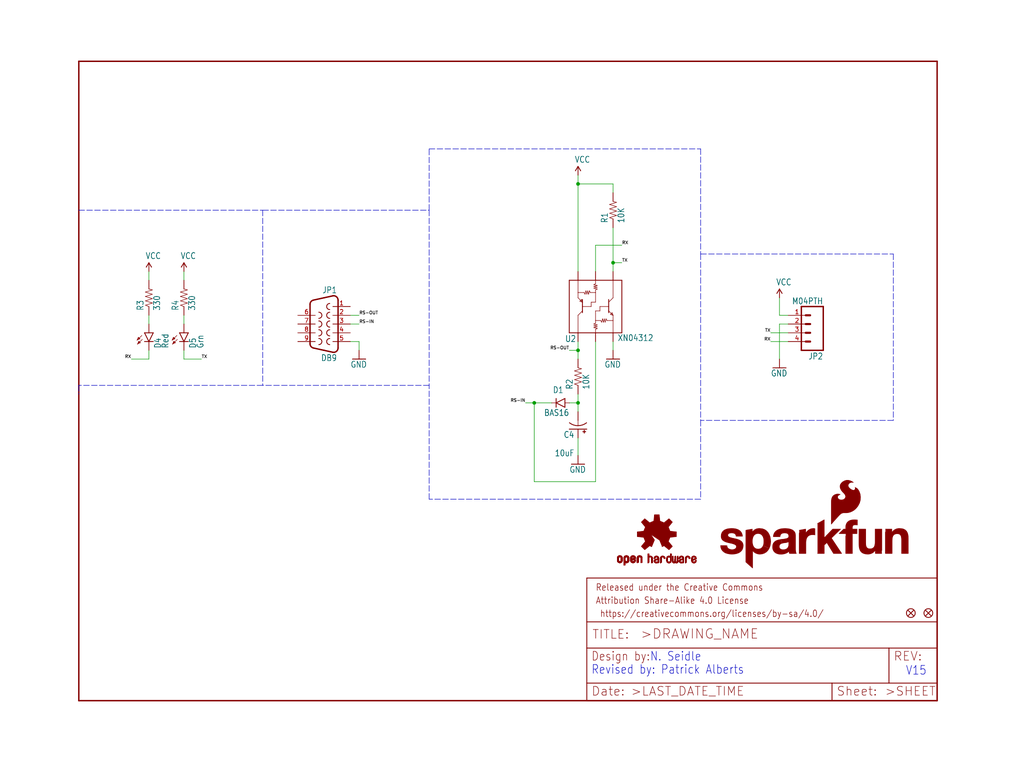
<source format=kicad_sch>
(kicad_sch (version 20211123) (generator eeschema)
  (paper "User" 297.002 223.926)
  (lib_symbols
    (symbol "eagleSchem-eagle-import:10KOHM1{slash}10W1%(0603)0603"
      (property "Reference" "R" (at -3.81 1.4986 0))
      (property "Value" "10KOHM1{slash}10W1%(0603)0603" (at -3.81 -3.302 0))
      (symbol "10KOHM1{slash}10W1%(0603)0603_1_0"
        (pin passive line (at -5.08 0 0) (length 2.54) (name "1") (number "1"))
        (pin passive line (at 5.08 0 180) (length 2.54) (name "2") (number "2"))
      )
    )
    (symbol "eagleSchem-eagle-import:10UF-16V-10%(TANT)"
      (property "Reference" "C" (at 1.016 0.635 0))
      (property "Value" "10UF-16V-10%(TANT)" (at 1.016 -4.191 0))
      (symbol "10UF-16V-10%(TANT)_1_0"
        (pin passive line (at 0 2.54 270) (length 2.54) (name "+") (number "A"))
        (pin passive line (at 0 -5.08 90) (length 2.54) (name "-") (number "C"))
      )
    )
    (symbol "eagleSchem-eagle-import:330OHM1{slash}10W1%(0603)"
      (property "Reference" "R" (at -3.81 1.4986 0))
      (property "Value" "330OHM1{slash}10W1%(0603)" (at -3.81 -3.302 0))
      (symbol "330OHM1{slash}10W1%(0603)_1_0"
        (pin passive line (at -5.08 0 0) (length 2.54) (name "1") (number "1"))
        (pin passive line (at 5.08 0 180) (length 2.54) (name "2") (number "2"))
      )
    )
    (symbol "eagleSchem-eagle-import:DB9FEMALE"
      (property "Reference" "JP" (at -3.81 8.89 0))
      (property "Value" "DB9FEMALE" (at -3.81 -10.795 0))
      (symbol "DB9FEMALE_1_0"
        (pin passive line (at -7.62 5.08 0) (length 5.08) (name "1") (number "1"))
        (pin passive line (at -7.62 2.54 0) (length 5.08) (name "2") (number "2"))
        (pin passive line (at -7.62 0 0) (length 5.08) (name "3") (number "3"))
        (pin passive line (at -7.62 -2.54 0) (length 5.08) (name "4") (number "4"))
        (pin passive line (at -7.62 -5.08 0) (length 5.08) (name "5") (number "5"))
        (pin passive line (at 7.62 2.54 180) (length 5.08) (name "6") (number "6"))
        (pin passive line (at 7.62 0 180) (length 5.08) (name "7") (number "7"))
        (pin passive line (at 7.62 -2.54 180) (length 5.08) (name "8") (number "8"))
        (pin passive line (at 7.62 -5.08 180) (length 5.08) (name "9") (number "9"))
      )
    )
    (symbol "eagleSchem-eagle-import:DIODEBAS16"
      (property "Reference" "D" (at 2.54 0.4826 0))
      (property "Value" "DIODEBAS16" (at 2.54 -2.3114 0))
      (symbol "DIODEBAS16_1_0"
        (pin passive line (at -2.54 0 0) (length 0) (name "A") (number "A"))
        (pin passive line (at 2.54 0 180) (length 0) (name "C") (number "C"))
      )
    )
    (symbol "eagleSchem-eagle-import:FIDUCIAL1X2")
    (symbol "eagleSchem-eagle-import:FRAME-LETTER"
      (symbol "FRAME-LETTER_2_0"
        (text " https://creativecommons.org/licenses/by-sa/4.0/" (at 2.54 24.13 0) (effects (font (size 1.9304 1.6408)) (justify left bottom)))
        (text ">DRAWING_NAME" (at 15.494 17.78 0) (effects (font (size 2.7432 2.7432)) (justify left bottom)))
        (text ">LAST_DATE_TIME" (at 12.7 1.27 0) (effects (font (size 2.54 2.54)) (justify left bottom)))
        (text ">SHEET" (at 86.36 1.27 0) (effects (font (size 2.54 2.54)) (justify left bottom)))
        (text "Attribution Share-Alike 4.0 License" (at 2.54 27.94 0) (effects (font (size 1.9304 1.6408)) (justify left bottom)))
        (text "Date:" (at 1.27 1.27 0) (effects (font (size 2.54 2.54)) (justify left bottom)))
        (text "Design by:" (at 1.27 11.43 0) (effects (font (size 2.54 2.159)) (justify left bottom)))
        (text "Released under the Creative Commons" (at 2.54 31.75 0) (effects (font (size 1.9304 1.6408)) (justify left bottom)))
        (text "REV:" (at 88.9 11.43 0) (effects (font (size 2.54 2.54)) (justify left bottom)))
        (text "Sheet:" (at 72.39 1.27 0) (effects (font (size 2.54 2.54)) (justify left bottom)))
        (text "TITLE:" (at 1.524 17.78 0) (effects (font (size 2.54 2.54)) (justify left bottom)))
      )
    )
    (symbol "eagleSchem-eagle-import:GND" (power)
      (property "Value" "GND" (at -2.54 -2.54 0))
      (symbol "GND_1_0"
        (pin power_in line (at 0 2.54 270) (length 2.54) (name "GND") (number "1"))
      )
    )
    (symbol "eagleSchem-eagle-import:LED-GREENLARGE"
      (property "Reference" "D" (at 3.556 -4.572 90))
      (property "Value" "LED-GREENLARGE" (at 5.715 -4.572 90))
      (symbol "LED-GREENLARGE_1_0"
        (pin passive line (at 0 2.54 270) (length 2.54) (name "A") (number "A"))
        (pin passive line (at 0 -5.08 90) (length 2.54) (name "C") (number "C"))
      )
    )
    (symbol "eagleSchem-eagle-import:LED-RED1206"
      (property "Reference" "D" (at 3.556 -4.572 90))
      (property "Value" "LED-RED1206" (at 5.715 -4.572 90))
      (symbol "LED-RED1206_1_0"
        (pin passive line (at 0 2.54 270) (length 2.54) (name "A") (number "A"))
        (pin passive line (at 0 -5.08 90) (length 2.54) (name "C") (number "C"))
      )
    )
    (symbol "eagleSchem-eagle-import:M04PTH"
      (property "Reference" "JP" (at -5.08 8.382 0))
      (property "Value" "M04PTH" (at -5.08 -7.62 0))
      (symbol "M04PTH_1_0"
        (pin passive line (at 5.08 -2.54 180) (length 5.08) (name "1") (number "1"))
        (pin passive line (at 5.08 0 180) (length 5.08) (name "2") (number "2"))
        (pin passive line (at 5.08 2.54 180) (length 5.08) (name "3") (number "3"))
        (pin passive line (at 5.08 5.08 180) (length 5.08) (name "4") (number "4"))
      )
    )
    (symbol "eagleSchem-eagle-import:OSHW-LOGOM")
    (symbol "eagleSchem-eagle-import:SFE_LOGO_NAME_FLAME.1_INCH")
    (symbol "eagleSchem-eagle-import:VCC" (power)
      (property "Value" "VCC" (at -1.016 3.556 0))
      (symbol "VCC_1_0"
        (pin power_in line (at 0 0 90) (length 2.54) (name "VCC") (number "1"))
      )
    )
    (symbol "eagleSchem-eagle-import:XN04312SOT"
      (property "Value" "XN04312SOT" (at -7.62 -10.16 0))
      (symbol "XN04312SOT_1_0"
        (pin bidirectional line (at -10.16 -5.08 0) (length 2.54) (name "C1") (number "1"))
        (pin bidirectional line (at -10.16 0 0) (length 2.54) (name "B2") (number "2"))
        (pin bidirectional line (at -10.16 5.08 0) (length 2.54) (name "E2") (number "3"))
        (pin bidirectional line (at 10.16 5.08 180) (length 2.54) (name "C2") (number "4"))
        (pin bidirectional line (at 10.16 0 180) (length 2.54) (name "B1") (number "5"))
        (pin bidirectional line (at 10.16 -5.08 180) (length 2.54) (name "E1") (number "6"))
      )
    )
  )
  (junction (at 177.8 76.2))
  (junction (at 154.94 116.84))
  (junction (at 167.64 101.6))
  (junction (at 167.64 116.84))
  (junction (at 167.64 53.34))
  (wire (pts (xy 167.64 101.6) (xy 165.1 101.6)))
  (wire (pts (xy 165.1 116.84) (xy 167.64 116.84)))
  (wire (pts (xy 228.6 91.44) (xy 226.06 91.44)))
  (wire (pts (xy 167.64 101.6) (xy 167.64 99.06)))
  (wire (pts (xy 172.72 71.12) (xy 180.34 71.12)))
  (wire (pts (xy 53.34 81.28) (xy 53.34 78.74)))
  (wire (pts (xy 172.72 99.06) (xy 172.72 139.7)))
  (wire (pts (xy 43.18 93.98) (xy 43.18 91.44)))
  (wire (pts (xy 167.64 116.84) (xy 167.64 114.3)))
  (wire (pts (xy 223.52 96.52) (xy 228.6 96.52)))
  (wire (pts (xy 177.8 53.34) (xy 167.64 53.34)))
  (polyline (pts (xy 22.86 111.76) (xy 22.86 114.3)))
  (polyline (pts (xy 259.08 121.92) (xy 203.2 121.92)))
  (wire (pts (xy 177.8 101.6) (xy 177.8 99.06)))
  (wire (pts (xy 43.18 81.28) (xy 43.18 78.74)))
  (wire (pts (xy 226.06 93.98) (xy 226.06 104.14)))
  (wire (pts (xy 101.6 93.98) (xy 104.14 93.98)))
  (wire (pts (xy 177.8 66.04) (xy 177.8 76.2)))
  (wire (pts (xy 101.6 99.06) (xy 104.14 99.06)))
  (wire (pts (xy 167.64 119.38) (xy 167.64 116.84)))
  (polyline (pts (xy 203.2 73.66) (xy 203.2 121.92)))
  (polyline (pts (xy 76.2 111.76) (xy 22.86 111.76)))
  (polyline (pts (xy 124.46 60.96) (xy 124.46 43.18)))
  (wire (pts (xy 101.6 91.44) (xy 104.14 91.44)))
  (polyline (pts (xy 124.46 111.76) (xy 76.2 111.76)))
  (wire (pts (xy 177.8 76.2) (xy 180.34 76.2)))
  (wire (pts (xy 172.72 78.74) (xy 172.72 71.12)))
  (wire (pts (xy 172.72 139.7) (xy 154.94 139.7)))
  (wire (pts (xy 223.52 99.06) (xy 228.6 99.06)))
  (wire (pts (xy 177.8 55.88) (xy 177.8 53.34)))
  (polyline (pts (xy 203.2 121.92) (xy 203.2 144.78)))
  (polyline (pts (xy 76.2 60.96) (xy 124.46 60.96)))
  (polyline (pts (xy 22.86 60.96) (xy 76.2 60.96)))
  (wire (pts (xy 53.34 93.98) (xy 53.34 91.44)))
  (wire (pts (xy 104.14 99.06) (xy 104.14 101.6)))
  (wire (pts (xy 43.18 101.6) (xy 43.18 104.14)))
  (wire (pts (xy 154.94 116.84) (xy 152.4 116.84)))
  (wire (pts (xy 177.8 76.2) (xy 177.8 78.74)))
  (polyline (pts (xy 124.46 60.96) (xy 124.46 111.76)))
  (wire (pts (xy 53.34 104.14) (xy 58.42 104.14)))
  (polyline (pts (xy 76.2 60.96) (xy 76.2 111.76)))
  (polyline (pts (xy 124.46 144.78) (xy 124.46 111.76)))
  (wire (pts (xy 228.6 93.98) (xy 226.06 93.98)))
  (wire (pts (xy 160.02 116.84) (xy 154.94 116.84)))
  (polyline (pts (xy 259.08 73.66) (xy 259.08 121.92)))
  (wire (pts (xy 167.64 53.34) (xy 167.64 50.8)))
  (wire (pts (xy 167.64 132.08) (xy 167.64 127)))
  (wire (pts (xy 167.64 104.14) (xy 167.64 101.6)))
  (polyline (pts (xy 203.2 144.78) (xy 124.46 144.78)))
  (wire (pts (xy 53.34 101.6) (xy 53.34 104.14)))
  (polyline (pts (xy 203.2 43.18) (xy 203.2 73.66)))
  (polyline (pts (xy 203.2 73.66) (xy 259.08 73.66)))
  (polyline (pts (xy 124.46 43.18) (xy 203.2 43.18)))
  (wire (pts (xy 226.06 91.44) (xy 226.06 86.36)))
  (wire (pts (xy 43.18 104.14) (xy 38.1 104.14)))
  (wire (pts (xy 167.64 53.34) (xy 167.64 78.74)))
  (wire (pts (xy 154.94 139.7) (xy 154.94 116.84)))
  (text "Revised by: Patrick Alberts" (at 171.45 195.834 180) (effects (font (size 2.54 2.159)) (justify left bottom)))
  (text "N. Seidle" (at 188.468 192.024 180) (effects (font (size 2.54 2.159)) (justify left bottom)))
  (text "V15" (at 262.636 196.088 180) (effects (font (size 2.54 2.159)) (justify left bottom)))
  (label "TX" (at 180.34 76.2 0) (effects (font (size 0.889 0.889))))
  (label "RS-IN" (at 152.4 116.84 180) (effects (font (size 0.889 0.889))))
  (label "TX" (at 223.52 96.52 180) (effects (font (size 0.889 0.889))))
  (label "RX" (at 223.52 99.06 180) (effects (font (size 0.889 0.889))))
  (label "RX" (at 38.1 104.14 180) (effects (font (size 0.889 0.889))))
  (label "TX" (at 58.42 104.14 0) (effects (font (size 0.889 0.889))))
  (label "RS-OUT" (at 165.1 101.6 180) (effects (font (size 0.889 0.889))))
  (label "RS-IN" (at 104.14 93.98 0) (effects (font (size 0.889 0.889))))
  (label "RX" (at 180.34 71.12 0) (effects (font (size 0.889 0.889))))
  (label "RS-OUT" (at 104.14 91.44 0) (effects (font (size 0.889 0.889))))
  (symbol (lib_id "eagleSchem-eagle-import:LED-GREENLARGE") (at 53.34 96.52 0) (unit 1)
    (property "Reference" "D5" (at 56.896 101.092 90) (effects (font (size 1.778 1.5113)) (justify left bottom)))
    (property "Value" "Grn" (at 59.055 101.092 90) (effects (font (size 1.778 1.5113)) (justify left bottom)))
    (property "Footprint" "eagleSchem:LED-1206" (effects hide))
  )
  (symbol (lib_id "eagleSchem-eagle-import:FRAME-LETTER") (at 170.18 203.2 0) (unit 2)
    (property "Reference" "FRAME1" (effects hide))
    (property "Value" "FRAME-LETTER" (effects hide))
    (property "Footprint" "eagleSchem:CREATIVE_COMMONS" (effects hide))
  )
  (symbol (lib_id "eagleSchem-eagle-import:330OHM1{slash}10W1%(0603)") (at 53.34 86.36 90) (unit 1)
    (property "Reference" "R4" (at 51.8414 90.17 0) (effects (font (size 1.778 1.5113)) (justify left bottom)))
    (property "Value" "330" (at 56.642 90.17 0) (effects (font (size 1.778 1.5113)) (justify left bottom)))
    (property "Footprint" "eagleSchem:0603-RES" (effects hide))
  )
  (symbol (lib_id "eagleSchem-eagle-import:GND") (at 104.14 104.14 0) (unit 1)
    (property "Reference" "#GND1" (effects hide))
    (property "Value" "GND" (at 101.6 106.68 0) (effects (font (size 1.778 1.5113)) (justify left bottom)))
    (property "Footprint" "eagleSchem:" (effects hide))
  )
  (symbol (lib_id "eagleSchem-eagle-import:10KOHM1{slash}10W1%(0603)0603") (at 177.8 60.96 90) (unit 1)
    (property "Reference" "R1" (at 176.3014 64.77 0) (effects (font (size 1.778 1.5113)) (justify left bottom)))
    (property "Value" "10K" (at 181.102 64.77 0) (effects (font (size 1.778 1.5113)) (justify left bottom)))
    (property "Footprint" "eagleSchem:0603-RES" (effects hide))
  )
  (symbol (lib_id "eagleSchem-eagle-import:FIDUCIAL1X2") (at 269.24 177.8 0) (unit 1)
    (property "Reference" "E$1" (effects hide))
    (property "Value" "FIDUCIAL1X2" (effects hide))
    (property "Footprint" "eagleSchem:FIDUCIAL-1X2" (effects hide))
  )
  (symbol (lib_id "eagleSchem-eagle-import:M04PTH") (at 233.68 93.98 180) (unit 1)
    (property "Reference" "JP2" (at 238.76 102.362 0) (effects (font (size 1.778 1.5113)) (justify left bottom)))
    (property "Value" "M04PTH" (at 238.76 86.36 0) (effects (font (size 1.778 1.5113)) (justify left bottom)))
    (property "Footprint" "eagleSchem:1X04" (effects hide))
  )
  (symbol (lib_id "eagleSchem-eagle-import:SFE_LOGO_NAME_FLAME.1_INCH") (at 208.28 165.1 0) (unit 1)
    (property "Reference" "LOGO1" (effects hide))
    (property "Value" "SFE_LOGO_NAME_FLAME.1_INCH" (effects hide))
    (property "Footprint" "eagleSchem:SFE_LOGO_NAME_FLAME_.1" (effects hide))
  )
  (symbol (lib_id "eagleSchem-eagle-import:VCC") (at 43.18 78.74 0) (unit 1)
    (property "Reference" "#P+1" (effects hide))
    (property "Value" "VCC" (at 42.164 75.184 0) (effects (font (size 1.778 1.5113)) (justify left bottom)))
    (property "Footprint" "eagleSchem:" (effects hide))
  )
  (symbol (lib_id "eagleSchem-eagle-import:XN04312SOT") (at 172.72 88.9 90) (mirror x) (unit 1)
    (property "Reference" "U2" (at 163.83 97.282 90) (effects (font (size 1.778 1.5113)) (justify right top)))
    (property "Value" "XN04312" (at 179.07 97.028 90) (effects (font (size 1.778 1.5113)) (justify right top)))
    (property "Footprint" "eagleSchem:SOT23-6" (effects hide))
  )
  (symbol (lib_id "eagleSchem-eagle-import:VCC") (at 167.64 50.8 0) (unit 1)
    (property "Reference" "#P+5" (effects hide))
    (property "Value" "VCC" (at 166.624 47.244 0) (effects (font (size 1.778 1.5113)) (justify left bottom)))
    (property "Footprint" "eagleSchem:" (effects hide))
  )
  (symbol (lib_id "eagleSchem-eagle-import:VCC") (at 53.34 78.74 0) (unit 1)
    (property "Reference" "#P+2" (effects hide))
    (property "Value" "VCC" (at 52.324 75.184 0) (effects (font (size 1.778 1.5113)) (justify left bottom)))
    (property "Footprint" "eagleSchem:" (effects hide))
  )
  (symbol (lib_id "eagleSchem-eagle-import:FIDUCIAL1X2") (at 264.16 177.8 0) (unit 1)
    (property "Reference" "E$2" (effects hide))
    (property "Value" "FIDUCIAL1X2" (effects hide))
    (property "Footprint" "eagleSchem:FIDUCIAL-1X2" (effects hide))
  )
  (symbol (lib_id "eagleSchem-eagle-import:GND") (at 226.06 106.68 0) (unit 1)
    (property "Reference" "#GND2" (effects hide))
    (property "Value" "GND" (at 223.52 109.22 0) (effects (font (size 1.778 1.5113)) (justify left bottom)))
    (property "Footprint" "eagleSchem:" (effects hide))
  )
  (symbol (lib_id "eagleSchem-eagle-import:10KOHM1{slash}10W1%(0603)0603") (at 167.64 109.22 90) (unit 1)
    (property "Reference" "R2" (at 166.1414 113.03 0) (effects (font (size 1.778 1.5113)) (justify left bottom)))
    (property "Value" "10K" (at 170.942 113.03 0) (effects (font (size 1.778 1.5113)) (justify left bottom)))
    (property "Footprint" "eagleSchem:0603-RES" (effects hide))
  )
  (symbol (lib_id "eagleSchem-eagle-import:OSHW-LOGOM") (at 190.5 154.94 0) (unit 1)
    (property "Reference" "LOGO2" (effects hide))
    (property "Value" "OSHW-LOGOM" (effects hide))
    (property "Footprint" "eagleSchem:OSHW-LOGO-M" (effects hide))
  )
  (symbol (lib_id "eagleSchem-eagle-import:DIODEBAS16") (at 162.56 116.84 180) (unit 1)
    (property "Reference" "D1" (at 160.274 114.0714 0) (effects (font (size 1.778 1.5113)) (justify right top)))
    (property "Value" "BAS16" (at 157.734 120.6754 0) (effects (font (size 1.778 1.5113)) (justify right top)))
    (property "Footprint" "eagleSchem:SOD-323" (effects hide))
  )
  (symbol (lib_id "eagleSchem-eagle-import:GND") (at 177.8 104.14 0) (unit 1)
    (property "Reference" "#GND7" (effects hide))
    (property "Value" "GND" (at 175.26 106.68 0) (effects (font (size 1.778 1.5113)) (justify left bottom)))
    (property "Footprint" "eagleSchem:" (effects hide))
  )
  (symbol (lib_id "eagleSchem-eagle-import:330OHM1{slash}10W1%(0603)") (at 43.18 86.36 90) (unit 1)
    (property "Reference" "R3" (at 41.6814 90.17 0) (effects (font (size 1.778 1.5113)) (justify left bottom)))
    (property "Value" "330" (at 46.482 90.17 0) (effects (font (size 1.778 1.5113)) (justify left bottom)))
    (property "Footprint" "eagleSchem:0603-RES" (effects hide))
  )
  (symbol (lib_id "eagleSchem-eagle-import:VCC") (at 226.06 86.36 0) (unit 1)
    (property "Reference" "#P+3" (effects hide))
    (property "Value" "VCC" (at 225.044 82.804 0) (effects (font (size 1.778 1.5113)) (justify left bottom)))
    (property "Footprint" "eagleSchem:" (effects hide))
  )
  (symbol (lib_id "eagleSchem-eagle-import:GND") (at 167.64 134.62 0) (unit 1)
    (property "Reference" "#GND8" (effects hide))
    (property "Value" "GND" (at 165.1 137.16 0) (effects (font (size 1.778 1.5113)) (justify left bottom)))
    (property "Footprint" "eagleSchem:" (effects hide))
  )
  (symbol (lib_id "eagleSchem-eagle-import:LED-RED1206") (at 43.18 96.52 0) (unit 1)
    (property "Reference" "D4" (at 46.736 101.092 90) (effects (font (size 1.778 1.5113)) (justify left bottom)))
    (property "Value" "Red" (at 48.895 101.092 90) (effects (font (size 1.778 1.5113)) (justify left bottom)))
    (property "Footprint" "eagleSchem:LED-1206" (effects hide))
  )
  (symbol (lib_id "eagleSchem-eagle-import:FRAME-LETTER") (at 22.86 203.2 0) (unit 1)
    (property "Reference" "FRAME1" (effects hide))
    (property "Value" "FRAME-LETTER" (effects hide))
    (property "Footprint" "eagleSchem:CREATIVE_COMMONS" (effects hide))
  )
  (symbol (lib_id "eagleSchem-eagle-import:DB9FEMALE") (at 93.98 93.98 0) (mirror y) (unit 1)
    (property "Reference" "JP1" (at 97.79 85.09 0) (effects (font (size 1.778 1.5113)) (justify left bottom)))
    (property "Value" "DB9" (at 97.79 104.775 0) (effects (font (size 1.778 1.5113)) (justify left bottom)))
    (property "Footprint" "eagleSchem:DB9" (effects hide))
  )
  (symbol (lib_id "eagleSchem-eagle-import:10UF-16V-10%(TANT)") (at 167.64 124.46 180) (unit 1)
    (property "Reference" "C4" (at 166.624 125.095 0) (effects (font (size 1.778 1.5113)) (justify left bottom)))
    (property "Value" "10uF" (at 166.624 130.429 0) (effects (font (size 1.778 1.5113)) (justify left bottom)))
    (property "Footprint" "eagleSchem:EIA3216" (effects hide))
  )
)
</source>
